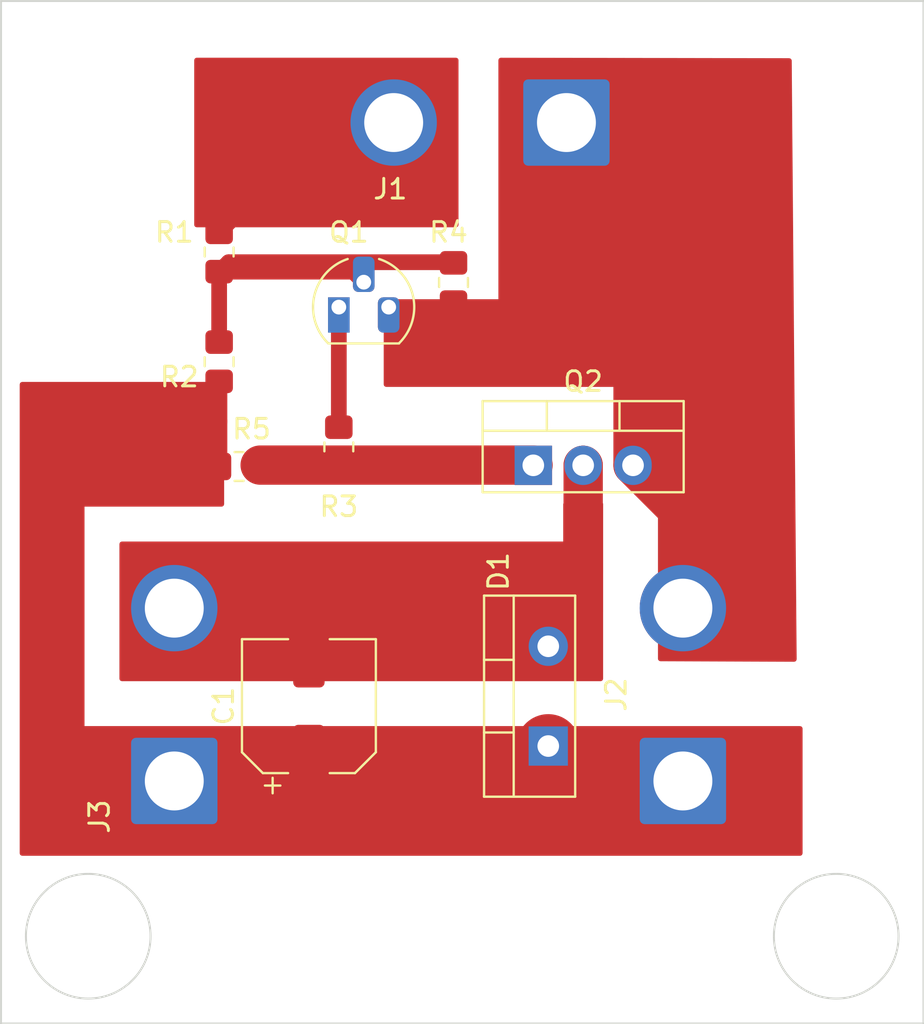
<source format=kicad_pcb>
(kicad_pcb (version 20211014) (generator pcbnew)
  (layers (0 "F.Cu" signal) (31 "B.Cu" signal) (34 "B.Paste" user) (35 "F.Paste" user) (36 "B.SilkS" user "B.Silkscreen") (37 "F.SilkS" user "F.Silkscreen") (38 "B.Mask" user) (39 "F.Mask" user) (44 "Edge.Cuts" user))
  (net 0 "")
  (net 1 "+12V")
  (net 2 "Net-(C1-Pad2)")
  (net 3 "Net-(Q1-Pad1)")
  (net 4 "Net-(Q1-Pad2)")
  (net 5 "GND")
  (net 6 "Net-(J1-Pad2)")
  (net 7 "Net-(Q2-Pad1)")
  (footprint "Resistor_SMD:R_0805_2012Metric_Pad1.20x1.40mm_HandSolder" (layer "F.Cu") (at 34.036 251.464 90)
    (fp_text reference "R3" (at -3.044 0 180) (layer "F.SilkS"))
    (fp_text value "200")
    (fp_line (start -0.227064 0.735) (end 0.227064 0.735) (layer "F.SilkS") (width 0.12))
    (fp_line (start -0.227064 -0.735) (end 0.227064 -0.735) (layer "F.SilkS") (width 0.12))
    (pad "1" smd roundrect (at -1 0 90) (size 1.2 1.4) (layers "F.Cu" "F.Paste" "F.Mask") (roundrect_rratio 0.2083333333) (net 7 "Net-(Q2-Pad1)"))
    (pad "2" smd roundrect (at 1 0 90) (size 1.2 1.4) (layers "F.Cu" "F.Paste" "F.Mask") (roundrect_rratio 0.2083333333) (net 3 "Net-(Q1-Pad1)"))
  )
  (footprint "Capacitor_SMD:CP_Elec_6.3x4.5" (layer "F.Cu") (at 32.512 264.668 90)
    (fp_text reference "C1" (at 0 -4.35 90) (layer "F.SilkS"))
    (fp_text value "C")
    (fp_line (start -4.04375 -2.24125) (end -4.04375 -1.45375) (layer "F.SilkS") (width 0.12))
    (fp_line (start -3.41 2.345563) (end -2.345563 3.41) (layer "F.SilkS") (width 0.12))
    (fp_line (start 3.41 -3.41) (end 3.41 -1.06) (layer "F.SilkS") (width 0.12))
    (fp_line (start -2.345563 3.41) (end 3.41 3.41) (layer "F.SilkS") (width 0.12))
    (fp_line (start -3.41 -2.345563) (end -3.41 -1.06) (layer "F.SilkS") (width 0.12))
    (fp_line (start -3.41 -2.345563) (end -2.345563 -3.41) (layer "F.SilkS") (width 0.12))
    (fp_line (start -2.345563 -3.41) (end 3.41 -3.41) (layer "F.SilkS") (width 0.12))
    (fp_line (start -4.4375 -1.8475) (end -3.65 -1.8475) (layer "F.SilkS") (width 0.12))
    (fp_line (start -3.41 2.345563) (end -3.41 1.06) (layer "F.SilkS") (width 0.12))
    (fp_line (start 3.41 3.41) (end 3.41 1.06) (layer "F.SilkS") (width 0.12))
    (pad "1" smd roundrect (at -2.7 0 90) (size 3.5 1.6) (layers "F.Cu" "F.Paste" "F.Mask") (roundrect_rratio 0.15625) (net 1 "+12V"))
    (pad "2" smd roundrect (at 2.7 0 90) (size 3.5 1.6) (layers "F.Cu" "F.Paste" "F.Mask") (roundrect_rratio 0.15625) (net 2 "Net-(C1-Pad2)"))
  )
  (footprint "Resistor_SMD:R_0805_2012Metric_Pad1.20x1.40mm_HandSolder" (layer "F.Cu") (at 28.956 252.464)
    (fp_text reference "R5" (at 0.635 -1.905) (layer "F.SilkS"))
    (fp_text value "10K")
    (fp_line (start -0.227064 0.735) (end 0.227064 0.735) (layer "F.SilkS") (width 0.12))
    (fp_line (start -0.227064 -0.735) (end 0.227064 -0.735) (layer "F.SilkS") (width 0.12))
    (pad "1" smd roundrect (at -1 0) (size 1.2 1.4) (layers "F.Cu" "F.Paste" "F.Mask") (roundrect_rratio 0.2083333333) (net 1 "+12V"))
    (pad "2" smd roundrect (at 1 0) (size 1.2 1.4) (layers "F.Cu" "F.Paste" "F.Mask") (roundrect_rratio 0.2083333333) (net 7 "Net-(Q2-Pad1)"))
  )
  (footprint "Package_TO_SOT_THT:TO-92_HandSolder" (layer "F.Cu") (at 34.036 244.348)
    (fp_text reference "Q1" (at 0.508 -3.81) (layer "F.SilkS"))
    (fp_text value "BS108")
    (fp_line (start -0.53 1.85) (end 3.07 1.85) (layer "F.SilkS") (width 0.12))
    (fp_arc (start 2.05 -2.45) (mid 3.769931 -0.601036) (end 3.078445 1.827684) (layer "F.SilkS") (width 0.12))
    (fp_arc (start -0.541875 1.841741) (mid -1.247231 -0.581764) (end 0.45 -2.45) (layer "F.SilkS") (width 0.12))
    (pad "1" thru_hole rect (at 0 0) (size 1.1 1.8) (drill 0.75 (offset 0 0.4)) (layers *.Cu *.Mask) (net 3 "Net-(Q1-Pad1)"))
    (pad "2" thru_hole roundrect (at 1.27 -1.27) (size 1.1 1.8) (drill 0.75 (offset 0 -0.4)) (layers *.Cu *.Mask) (net 4 "Net-(Q1-Pad2)"))
    (pad "3" thru_hole roundrect (at 2.54 0) (size 1.1 1.8) (drill 0.75 (offset 0 0.4)) (layers *.Cu *.Mask) (net 5 "GND"))
  )
  (footprint "Connector_Wire:SolderWire-2.5sqmm_1x02_P8.8mm_D2.4mm_OD4.4mm" (layer "F.Cu") (at 25.654 268.478 90)
    (fp_text reference "J3" (at -1.813195 -3.811087 90) (layer "F.SilkS"))
    (fp_text value "Conn_01x02_Female")
    (pad "1" thru_hole roundrect (at 0 0 90) (size 4.4 4.4) (drill 3) (layers *.Cu *.Mask) (roundrect_rratio 0.05681795455) (net 1 "+12V"))
    (pad "2" thru_hole circle (at 8.8 0 90) (size 4.4 4.4) (drill 3) (layers *.Cu *.Mask) (net 2 "Net-(C1-Pad2)"))
  )
  (footprint "Resistor_SMD:R_0805_2012Metric_Pad1.20x1.40mm_HandSolder" (layer "F.Cu") (at 27.94 247.13 90)
    (fp_text reference "R2" (at -0.774 -2.032 180) (layer "F.SilkS"))
    (fp_text value "12K")
    (fp_line (start -0.227064 0.735) (end 0.227064 0.735) (layer "F.SilkS") (width 0.12))
    (fp_line (start -0.227064 -0.735) (end 0.227064 -0.735) (layer "F.SilkS") (width 0.12))
    (pad "1" smd roundrect (at -1 0 90) (size 1.2 1.4) (layers "F.Cu" "F.Paste" "F.Mask") (roundrect_rratio 0.2083333333) (net 1 "+12V"))
    (pad "2" smd roundrect (at 1 0 90) (size 1.2 1.4) (layers "F.Cu" "F.Paste" "F.Mask") (roundrect_rratio 0.2083333333) (net 4 "Net-(Q1-Pad2)"))
  )
  (footprint "Connector_Wire:SolderWire-2.5sqmm_1x02_P8.8mm_D2.4mm_OD4.4mm" (layer "F.Cu") (at 45.63 234.95 180)
    (fp_text reference "J1" (at 8.972 -3.388) (layer "F.SilkS"))
    (fp_text value "Conn_01x02_Female")
    (pad "1" thru_hole roundrect (at 0 0 180) (size 4.4 4.4) (drill 3) (layers *.Cu *.Mask) (roundrect_rratio 0.056818) (net 5 "GND"))
    (pad "2" thru_hole circle (at 8.8 0 180) (size 4.4 4.4) (drill 3) (layers *.Cu *.Mask) (net 6 "Net-(J1-Pad2)"))
  )
  (footprint "Connector_Wire:SolderWire-2.5sqmm_1x02_P8.8mm_D2.4mm_OD4.4mm" (layer "F.Cu") (at 51.562 268.478 90)
    (fp_text reference "J2" (at 4.4 -3.4 90) (layer "F.SilkS"))
    (fp_text value "Conn_01x02_Female")
    (pad "1" thru_hole roundrect (at 0 0 90) (size 4.4 4.4) (drill 3) (layers *.Cu *.Mask) (roundrect_rratio 0.05681795455) (net 1 "+12V"))
    (pad "2" thru_hole circle (at 8.8 0 90) (size 4.4 4.4) (drill 3) (layers *.Cu *.Mask) (net 5 "GND"))
  )
  (footprint "Package_TO_SOT_THT:TO-220-3_Vertical" (layer "F.Cu") (at 43.942 252.405)
    (fp_text reference "Q2" (at 2.54 -4.27) (layer "F.SilkS"))
    (fp_text value "IRLB8721PBF")
    (fp_line (start 0.69 -3.27) (end 0.69 -1.76) (layer "F.SilkS") (width 0.12))
    (fp_line (start -2.58 -1.76) (end 7.66 -1.76) (layer "F.SilkS") (width 0.12))
    (fp_line (start 7.66 -3.27) (end 7.66 1.371) (layer "F.SilkS") (width 0.12))
    (fp_line (start -2.58 -3.27) (end 7.66 -3.27) (layer "F.SilkS") (width 0.12))
    (fp_line (start 4.391 -3.27) (end 4.391 -1.76) (layer "F.SilkS") (width 0.12))
    (fp_line (start -2.58 -3.27) (end -2.58 1.371) (layer "F.SilkS") (width 0.12))
    (fp_line (start -2.58 1.371) (end 7.66 1.371) (layer "F.SilkS") (width 0.12))
    (pad "1" thru_hole rect (at 0 0) (size 1.905 2) (drill 1.1) (layers *.Cu *.Mask) (net 7 "Net-(Q2-Pad1)"))
    (pad "2" thru_hole oval (at 2.54 0) (size 1.905 2) (drill 1.1) (layers *.Cu *.Mask) (net 2 "Net-(C1-Pad2)"))
    (pad "3" thru_hole oval (at 5.08 0) (size 1.905 2) (drill 1.1) (layers *.Cu *.Mask) (net 5 "GND"))
  )
  (footprint "Package_TO_SOT_THT:TO-220-2_Vertical" (layer "F.Cu") (at 44.704 266.7 90)
    (fp_text reference "D1" (at 8.89 -2.54 90) (layer "F.SilkS"))
    (fp_text value "D")
    (fp_line (start -2.58 1.371) (end 7.66 1.371) (layer "F.SilkS") (width 0.12))
    (fp_line (start 7.66 -3.27) (end 7.66 1.371) (layer "F.SilkS") (width 0.12))
    (fp_line (start 0.69 -3.27) (end 0.69 -1.76) (layer "F.SilkS") (width 0.12))
    (fp_line (start -2.58 -3.27) (end 7.66 -3.27) (layer "F.SilkS") (width 0.12))
    (fp_line (start -2.58 -3.27) (end -2.58 1.371) (layer "F.SilkS") (width 0.12))
    (fp_line (start -2.58 -1.76) (end 7.66 -1.76) (layer "F.SilkS") (width 0.12))
    (fp_line (start 4.391 -3.27) (end 4.391 -1.76) (layer "F.SilkS") (width 0.12))
    (pad "1" thru_hole rect (at 0 0 90) (size 2 2) (drill 1.1) (layers *.Cu *.Mask) (net 1 "+12V"))
    (pad "2" thru_hole oval (at 5.08 0 90) (size 2 2) (drill 1.1) (layers *.Cu *.Mask) (net 2 "Net-(C1-Pad2)"))
  )
  (footprint "Resistor_SMD:R_0805_2012Metric_Pad1.20x1.40mm_HandSolder" (layer "F.Cu") (at 39.878 243.094 -90)
    (fp_text reference "R4" (at -2.556 0.254 180) (layer "F.SilkS"))
    (fp_text value "4,5K")
    (fp_line (start -0.227064 0.735) (end 0.227064 0.735) (layer "F.SilkS") (width 0.12))
    (fp_line (start -0.227064 -0.735) (end 0.227064 -0.735) (layer "F.SilkS") (width 0.12))
    (pad "1" smd roundrect (at -1 0 270) (size 1.2 1.4) (layers "F.Cu" "F.Paste" "F.Mask") (roundrect_rratio 0.208333) (net 4 "Net-(Q1-Pad2)"))
    (pad "2" smd roundrect (at 1 0 270) (size 1.2 1.4) (layers "F.Cu" "F.Paste" "F.Mask") (roundrect_rratio 0.208333) (net 5 "GND"))
  )
  (footprint "Resistor_SMD:R_0805_2012Metric_Pad1.20x1.40mm_HandSolder" (layer "F.Cu") (at 27.94 241.542 90)
    (fp_text reference "R1" (at 1.004 -2.286 180) (layer "F.SilkS"))
    (fp_text value "200")
    (fp_line (start -0.227064 0.735) (end 0.227064 0.735) (layer "F.SilkS") (width 0.12))
    (fp_line (start -0.227064 -0.735) (end 0.227064 -0.735) (layer "F.SilkS") (width 0.12))
    (pad "1" smd roundrect (at -1 0 90) (size 1.2 1.4) (layers "F.Cu" "F.Paste" "F.Mask") (roundrect_rratio 0.2083333333) (net 4 "Net-(Q1-Pad2)"))
    (pad "2" smd roundrect (at 1 0 90) (size 1.2 1.4) (layers "F.Cu" "F.Paste" "F.Mask") (roundrect_rratio 0.2083333333) (net 6 "Net-(J1-Pad2)"))
  )
  (gr_rect (start 16.827 228.759) (end 63.817 280.829) (layer "Edge.Cuts") (width 0.1) (fill none))
  (gr_circle (center 59.372 276.384) (end 61.912 278.289) (layer "Edge.Cuts") (width 0.1) (fill none))
  (gr_circle (center 21.272 276.384) (end 23.812 278.289) (layer "Edge.Cuts") (width 0.1) (fill none))
  (segment (start 27.956 248.146) (end 27.94 248.13) (width 0.8) (layer "F.Cu") (net 1))
  (segment (start 23.384 250.174) (end 19.812 253.746) (width 0.8) (layer "F.Cu") (net 1))
  (segment (start 32.512 267.368) (end 33.622 268.478) (width 3.25) (layer "F.Cu") (net 1))
  (segment (start 44.704 267.97) (end 45.212 268.478) (width 3.25) (layer "F.Cu") (net 1))
  (segment (start 45.212 268.478) (end 51.562 268.478) (width 3.25) (layer "F.Cu") (net 1))
  (segment (start 27.956 252.464) (end 27.956 250.174) (width 0.8) (layer "F.Cu") (net 1))
  (segment (start 44.704 266.7) (end 44.704 267.97) (width 3.25) (layer "F.Cu") (net 1))
  (segment (start 21.336 268.478) (end 25.654 268.478) (width 0.8) (layer "F.Cu") (net 1))
  (segment (start 33.622 268.478) (end 35.306 268.478) (width 3.25) (layer "F.Cu") (net 1))
  (segment (start 19.812 253.746) (end 19.812 266.954) (width 0.8) (layer "F.Cu") (net 1))
  (segment (start 19.812 266.954) (end 21.336 268.478) (width 0.8) (layer "F.Cu") (net 1))
  (segment (start 25.654 268.478) (end 35.306 268.478) (width 3.25) (layer "F.Cu") (net 1))
  (segment (start 35.306 268.478) (end 45.212 268.478) (width 3.25) (layer "F.Cu") (net 1))
  (segment (start 27.956 250.174) (end 23.384 250.174) (width 0.8) (layer "F.Cu") (net 1))
  (segment (start 27.956 250.174) (end 27.956 248.146) (width 0.8) (layer "F.Cu") (net 1))
  (segment (start 46.482 259.842) (end 44.704 261.62) (width 2) (layer "F.Cu") (net 2))
  (segment (start 46.482 252.405) (end 46.482 257.9) (width 2) (layer "F.Cu") (net 2))
  (segment (start 46.482 257.9) (end 44.704 259.678) (width 2) (layer "F.Cu") (net 2))
  (segment (start 46.482 252.405) (end 46.482 259.842) (width 2) (layer "F.Cu") (net 2))
  (segment (start 44.704 261.62) (end 27.596 261.62) (width 3.25) (layer "F.Cu") (net 2))
  (segment (start 44.704 259.678) (end 25.654 259.678) (width 2) (layer "F.Cu") (net 2))
  (segment (start 27.596 261.62) (end 25.654 259.678) (width 3.25) (layer "F.Cu") (net 2))
  (segment (start 34.036 244.348) (end 34.036 250.464) (width 0.8) (layer "F.Cu") (net 3))
  (segment (start 27.94 242.542) (end 27.94 246.13) (width 0.8) (layer "F.Cu") (net 4))
  (segment (start 27.94 242.542) (end 28.42 242.062) (width 0.8) (layer "F.Cu") (net 4))
  (segment (start 34.77 242.542) (end 35.306 243.078) (width 0.8) (layer "F.Cu") (net 4))
  (segment (start 27.94 242.542) (end 34.77 242.542) (width 0.8) (layer "F.Cu") (net 4))
  (segment (start 39.846 242.062) (end 39.878 242.094) (width 0.8) (layer "F.Cu") (net 4))
  (segment (start 28.42 242.062) (end 39.846 242.062) (width 0.8) (layer "F.Cu") (net 4))
  (segment (start 48.006 244.348) (end 49.022 243.332) (width 0.8) (layer "F.Cu") (net 5))
  (segment (start 49.022 252.405) (end 49.022 244.856) (width 2) (layer "F.Cu") (net 5))
  (segment (start 36.576 244.348) (end 48.006 244.348) (width 0.8) (layer "F.Cu") (net 5))
  (segment (start 49.022 244.856) (end 49.022 243.332) (width 2) (layer "F.Cu") (net 5))
  (segment (start 49.022 243.332) (end 49.022 238.342) (width 2) (layer "F.Cu") (net 5))
  (segment (start 49.022 238.342) (end 45.63 234.95) (width 2) (layer "F.Cu") (net 5))
  (segment (start 48.514 244.348) (end 49.022 244.856) (width 0.8) (layer "F.Cu") (net 5))
  (segment (start 51.562 259.678) (end 51.562 254.945) (width 2) (layer "F.Cu") (net 5))
  (segment (start 51.562 254.945) (end 49.022 252.405) (width 2) (layer "F.Cu") (net 5))
  (segment (start 33.528 234.95) (end 36.83 234.95) (width 0.8) (layer "F.Cu") (net 6))
  (segment (start 27.94 240.538) (end 33.528 234.95) (width 0.8) (layer "F.Cu") (net 6))
  (segment (start 27.94 240.542) (end 27.94 240.538) (width 0.8) (layer "F.Cu") (net 6))
  (segment (start 30.027 252.393) (end 43.93 252.393) (width 2) (layer "F.Cu") (net 7))
  (segment (start 43.93 252.393) (end 43.942 252.405) (width 0.8) (layer "F.Cu") (net 7))
  (segment (start 43.871 252.476) (end 43.942 252.405) (width 0.8) (layer "F.Cu") (net 7))
  (segment (start 29.956 252.464) (end 30.027 252.393) (width 0.8) (layer "F.Cu") (net 7))
  (zone (net 2) (net_name "Net-(C1-Pad2)") (layer "F.Cu") (connect_pads yes (clearance 0.5)) (min_thickness 0.254) (fill yes (thermal_gap 0.508) (thermal_bridge_width 0.508))
    (polygon (pts (xy 47.498 263.398) (xy 35.306 263.398) (xy 22.86 263.398) (xy 22.86 256.286) (xy 29.464 256.286) (xy 45.466 256.286) (xy 45.466 254.254) (xy 47.498 254.254)))
  )
  (zone (net 6) (net_name "Net-(J1-Pad2)") (layer "F.Cu") (connect_pads yes (clearance 0.5)) (min_thickness 0.254) (fill yes (thermal_gap 0.508) (thermal_bridge_width 0.508))
    (polygon (pts (xy 40.132 240.284) (xy 26.67 240.284) (xy 26.67 231.648) (xy 40.132 231.648)))
  )
  (zone (net 5) (net_name "GND") (layer "F.Cu") (connect_pads yes (clearance 0.5)) (min_thickness 0.254) (fill yes (thermal_gap 0.508) (thermal_bridge_width 0.508))
    (polygon (pts (xy 57.358027 262.40757) (xy 50.292 262.382) (xy 50.292 254.762) (xy 48.26 252.476) (xy 48.26 248.412) (xy 36.322 248.412) (xy 36.322 244.094) (xy 42.164 244.094) (xy 42.164 231.648) (xy 57.104027 231.67357)))
  )
  (zone (net 1) (net_name "+12V") (layer "F.Cu") (connect_pads yes (clearance 0.5)) (min_thickness 0.254) (fill yes (thermal_gap 0.508) (thermal_bridge_width 0.508))
    (polygon (pts (xy 28.194 254.508) (xy 21.082 254.508) (xy 21.082 265.684) (xy 57.658 265.684) (xy 57.658 272.288) (xy 17.78 272.288) (xy 17.78 248.158) (xy 28.194 248.158)))
  )
)
</source>
